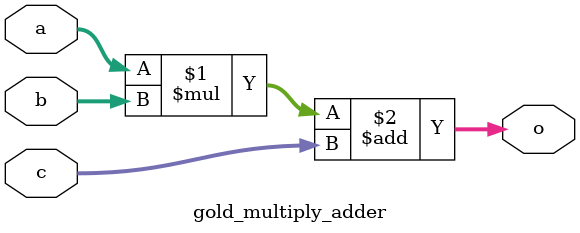
<source format=v>
module gold_multiply_adder
#(
    parameter BITS=64
) (
    input [BITS-1:0] a,
    input [BITS-1:0] b,
    input [BITS*2-1:0] c,
    output [BITS*2-1:0] o
);
    assign o = a * b + c;
endmodule

</source>
